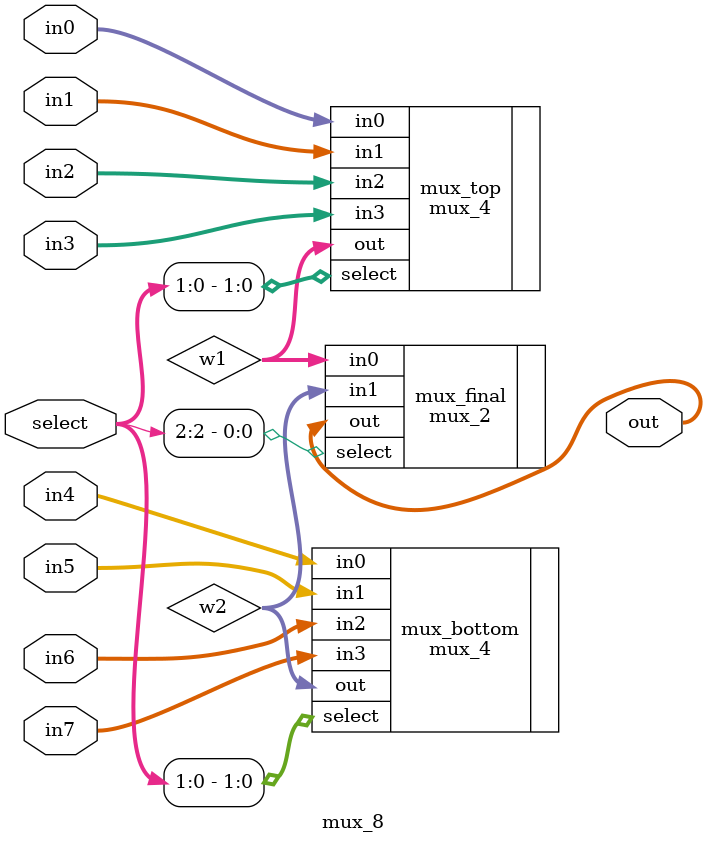
<source format=v>
module mux_8 #(parameter WIDTH = 32)(select, in0, in1, in2, in3, in4, in5, in6, in7, out);
    input [2:0] select;
    input [WIDTH-1:0] in0, in1, in2, in3, in4, in5, in6, in7;
    output [WIDTH-1:0] out;
    wire [WIDTH-1:0] w1, w2;
    
    mux_4 #(.WIDTH(WIDTH)) mux_top (
        .select(select[1:0]),
        .in0(in0),
        .in1(in1),
        .in2(in2),
        .in3(in3),
        .out(w1)
    );
    
    mux_4 #(.WIDTH(WIDTH)) mux_bottom (
        .select(select[1:0]),
        .in0(in4),
        .in1(in5),
        .in2(in6),
        .in3(in7),
        .out(w2)
    );
    
    mux_2 #(.WIDTH(WIDTH)) mux_final (
        .select(select[2]),
        .in0(w1),
        .in1(w2),
        .out(out)
    );
endmodule
</source>
